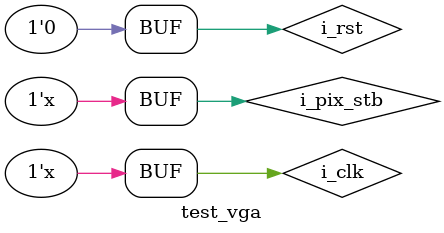
<source format=v>
`timescale 1ns / 1ps


module test_vga;

	// Inputs
	reg i_clk;
	reg i_pix_stb;
	reg i_rst;

	// Outputs
	wire o_hs;
	wire o_vs;
	wire o_blanking;
	wire o_active;
	wire o_screenend;
	wire o_animate;
	wire [9:0] o_x;
	wire [8:0] o_y;

	// Instantiate the Unit Under Test (UUT)
	vga640x480 uut (
		.i_clk(i_clk), 
		.i_pix_stb(i_pix_stb), 
		.i_rst(i_rst), 
		.o_hs(o_hs), 
		.o_vs(o_vs), 
		.o_blanking(o_blanking), 
		.o_active(o_active), 
		.o_screenend(o_screenend), 
		.o_animate(o_animate), 
		.o_x(o_x), 
		.o_y(o_y)
	);

	initial begin
		// Initialize Inputs
		i_clk = 0;
		i_pix_stb = 0;
		i_rst = 0;

		// Wait 100 ns for global reset to finish
		#100;
        
		// Add stimulus here

	end
	always #2 i_clk=~i_clk;
	always #4 i_pix_stb = ~i_pix_stb;
      
endmodule


</source>
